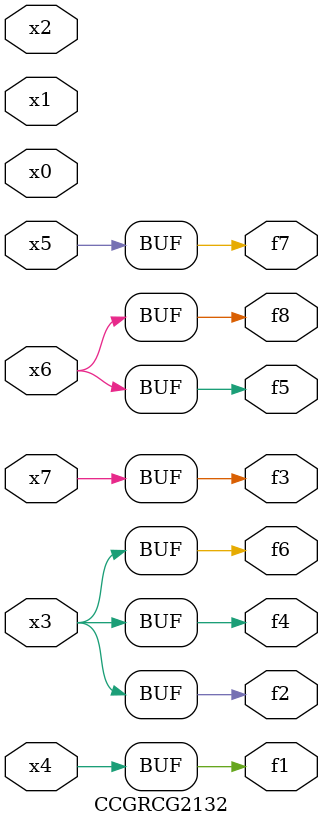
<source format=v>
module CCGRCG2132(
	input x0, x1, x2, x3, x4, x5, x6, x7,
	output f1, f2, f3, f4, f5, f6, f7, f8
);
	assign f1 = x4;
	assign f2 = x3;
	assign f3 = x7;
	assign f4 = x3;
	assign f5 = x6;
	assign f6 = x3;
	assign f7 = x5;
	assign f8 = x6;
endmodule

</source>
